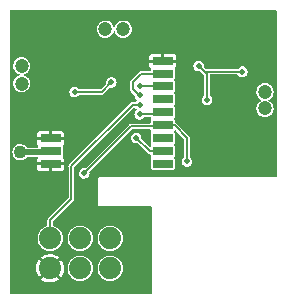
<source format=gbl>
G04 #@! TF.GenerationSoftware,KiCad,Pcbnew,6.0.5-a6ca702e91~116~ubuntu20.04.1*
G04 #@! TF.CreationDate,2022-05-08T17:52:19+03:00*
G04 #@! TF.ProjectId,ict_v361,6963745f-7633-4363-912e-6b696361645f,rev?*
G04 #@! TF.SameCoordinates,Original*
G04 #@! TF.FileFunction,Copper,L2,Bot*
G04 #@! TF.FilePolarity,Positive*
%FSLAX46Y46*%
G04 Gerber Fmt 4.6, Leading zero omitted, Abs format (unit mm)*
G04 Created by KiCad (PCBNEW 6.0.5-a6ca702e91~116~ubuntu20.04.1) date 2022-05-08 17:52:19*
%MOMM*%
%LPD*%
G01*
G04 APERTURE LIST*
G04 #@! TA.AperFunction,ComponentPad*
%ADD10C,1.879600*%
G04 #@! TD*
G04 #@! TA.AperFunction,SMDPad,CuDef*
%ADD11R,1.800000X0.700000*%
G04 #@! TD*
G04 #@! TA.AperFunction,SMDPad,CuDef*
%ADD12R,1.800000X0.800000*%
G04 #@! TD*
G04 #@! TA.AperFunction,ViaPad*
%ADD13C,0.502400*%
G04 #@! TD*
G04 #@! TA.AperFunction,ViaPad*
%ADD14C,1.200000*%
G04 #@! TD*
G04 #@! TA.AperFunction,ViaPad*
%ADD15C,1.100000*%
G04 #@! TD*
G04 #@! TA.AperFunction,Conductor*
%ADD16C,0.203200*%
G04 #@! TD*
G04 #@! TA.AperFunction,Conductor*
%ADD17C,0.508000*%
G04 #@! TD*
G04 APERTURE END LIST*
D10*
X140621100Y-114843600D03*
X140621100Y-112303600D03*
X143161100Y-114843600D03*
X143161100Y-112303600D03*
X145701100Y-114843600D03*
X145701100Y-112303600D03*
D11*
X150151100Y-106003600D03*
X150151100Y-97303600D03*
D12*
X150151100Y-98353600D03*
X150151100Y-99453600D03*
X150151100Y-100553600D03*
X150151100Y-101653600D03*
X150151100Y-102753600D03*
X150151100Y-103853600D03*
X150151100Y-104953600D03*
D11*
X140651100Y-106003600D03*
D12*
X140651100Y-103853600D03*
X140651100Y-104953600D03*
D13*
X144801100Y-99103600D03*
X138201100Y-106203600D03*
D14*
X138392100Y-101071000D03*
X138392100Y-102471000D03*
D13*
X138301100Y-116103600D03*
X146701100Y-95803600D03*
X145201100Y-104303600D03*
D14*
X156492100Y-94071000D03*
X157492100Y-95571000D03*
D13*
X143901100Y-93703600D03*
X142801100Y-93703600D03*
X153901100Y-97003600D03*
X142701100Y-99103600D03*
X148401100Y-93703600D03*
X146701100Y-99103600D03*
X138201100Y-103803600D03*
X142701100Y-104203600D03*
X152401100Y-97003600D03*
X154001100Y-104003600D03*
X139001100Y-103803600D03*
X139001100Y-106203600D03*
X143901100Y-95003600D03*
X152101100Y-106603600D03*
X140701100Y-96803600D03*
X148401100Y-95403600D03*
X155201100Y-97003600D03*
D14*
X157192100Y-105771000D03*
D13*
X158801100Y-106103600D03*
X144801100Y-100703600D03*
X144801100Y-102603600D03*
X142701100Y-102603600D03*
X142701100Y-100703600D03*
X146701100Y-100703600D03*
X158801100Y-105103600D03*
X158801100Y-104103600D03*
X158801100Y-103103600D03*
X157801100Y-104103600D03*
X157801100Y-103103600D03*
X158801100Y-98103600D03*
X157801100Y-98103600D03*
X158801100Y-97103600D03*
X157801100Y-97103600D03*
X158801100Y-96103600D03*
X158801100Y-95103600D03*
X158801100Y-94103600D03*
X157801100Y-94103600D03*
D14*
X138392100Y-114871000D03*
D13*
X148001100Y-110703600D03*
X148101100Y-115703600D03*
X138401100Y-110503600D03*
X146801100Y-102603600D03*
X146801100Y-104303600D03*
D14*
X138201100Y-97703600D03*
X138201100Y-99203600D03*
D13*
X153901100Y-100603600D03*
X153201100Y-97703600D03*
X156891000Y-98203600D03*
X142701100Y-99903600D03*
X145801100Y-99103600D03*
X148201100Y-99403600D03*
X148201100Y-100203600D03*
X148201100Y-101003600D03*
X147901100Y-103803600D03*
D14*
X145301100Y-94603600D03*
X146801100Y-94603600D03*
D13*
X143501100Y-106803600D03*
X152201100Y-105803600D03*
X148201100Y-101803600D03*
D14*
X158801100Y-101303600D03*
X158801100Y-99903600D03*
D15*
X138101100Y-105003600D03*
D16*
X153201100Y-97703600D02*
X153901100Y-98403600D01*
X153901100Y-98403600D02*
X153901100Y-100603600D01*
X153201100Y-97703600D02*
X153701100Y-98203600D01*
X153701100Y-98203600D02*
X156891000Y-98203600D01*
X145801100Y-99103600D02*
X145001100Y-99903600D01*
X145001100Y-99903600D02*
X142701100Y-99903600D01*
X150151100Y-99453600D02*
X148351100Y-99453600D01*
X148351100Y-99453600D02*
X148201100Y-99403600D01*
X148201100Y-100203600D02*
X148101100Y-100203600D01*
X148101100Y-100203600D02*
X147601100Y-99703600D01*
X147601100Y-99703600D02*
X147601100Y-99103600D01*
X148351100Y-98353600D02*
X150151100Y-98353600D01*
X147601100Y-99103600D02*
X148351100Y-98353600D01*
X147601100Y-101003600D02*
X148201100Y-101003600D01*
X147601100Y-101003600D02*
X142401100Y-106203600D01*
X140621100Y-110783600D02*
X140621100Y-112303600D01*
X142401100Y-106203600D02*
X142401100Y-109003600D01*
X142401100Y-109003600D02*
X140621100Y-110783600D01*
X150151100Y-104953600D02*
X149051100Y-104953600D01*
X149051100Y-104953600D02*
X147901100Y-103803600D01*
X150151100Y-102753600D02*
X150079700Y-102825000D01*
X150079700Y-102825000D02*
X147479700Y-102825000D01*
X147479700Y-102825000D02*
X143501100Y-106803600D01*
X150151100Y-102753600D02*
X151151100Y-102753600D01*
X152201100Y-103803600D02*
X152201100Y-105803600D01*
X151151100Y-102753600D02*
X152201100Y-103803600D01*
X150151100Y-101653600D02*
X150101100Y-101803600D01*
X150101100Y-101803600D02*
X148201100Y-101803600D01*
D17*
X140651100Y-104953600D02*
X140601100Y-105003600D01*
X140601100Y-105003600D02*
X138101100Y-105003600D01*
G04 #@! TA.AperFunction,Conductor*
G36*
X159784414Y-93020286D02*
G01*
X159799000Y-93055500D01*
X159799000Y-107051700D01*
X159784414Y-107086914D01*
X159749200Y-107101500D01*
X144767926Y-107101500D01*
X144761543Y-107106137D01*
X144761544Y-107106137D01*
X144760550Y-107106859D01*
X144746669Y-107113931D01*
X144745502Y-107114310D01*
X144745499Y-107114312D01*
X144737999Y-107116749D01*
X144733363Y-107123130D01*
X144733362Y-107123131D01*
X144732640Y-107124125D01*
X144721625Y-107135140D01*
X144714249Y-107140499D01*
X144711812Y-107147999D01*
X144711810Y-107148002D01*
X144711431Y-107149169D01*
X144704359Y-107163050D01*
X144699000Y-107170426D01*
X144699000Y-109536774D01*
X144703637Y-109543156D01*
X144704359Y-109544150D01*
X144711431Y-109558031D01*
X144711810Y-109559198D01*
X144711812Y-109559201D01*
X144714249Y-109566701D01*
X144720630Y-109571337D01*
X144720631Y-109571338D01*
X144721625Y-109572060D01*
X144732640Y-109583075D01*
X144737999Y-109590451D01*
X144745499Y-109592888D01*
X144745502Y-109592890D01*
X144746669Y-109593269D01*
X144760550Y-109600341D01*
X144767926Y-109605700D01*
X149149200Y-109605700D01*
X149184414Y-109620286D01*
X149199000Y-109655500D01*
X149199000Y-116951700D01*
X149184414Y-116986914D01*
X149149200Y-117001500D01*
X137253000Y-117001500D01*
X137217786Y-116986914D01*
X137203200Y-116951700D01*
X137203200Y-115775479D01*
X139872363Y-115775479D01*
X139873933Y-115779270D01*
X140047513Y-115895252D01*
X140051507Y-115897420D01*
X140248763Y-115982169D01*
X140253093Y-115983576D01*
X140462486Y-116030957D01*
X140466996Y-116031551D01*
X140681524Y-116039979D01*
X140686063Y-116039742D01*
X140898541Y-116008934D01*
X140902950Y-116007875D01*
X141106248Y-115938865D01*
X141110416Y-115937009D01*
X141297724Y-115832112D01*
X141301475Y-115829534D01*
X141362930Y-115778421D01*
X141366461Y-115771710D01*
X141364790Y-115766329D01*
X140628104Y-115029643D01*
X140621100Y-115026742D01*
X140614096Y-115029643D01*
X139875264Y-115768475D01*
X139872363Y-115775479D01*
X137203200Y-115775479D01*
X137203200Y-114814518D01*
X139423549Y-114814518D01*
X139437591Y-115028750D01*
X139438301Y-115033234D01*
X139491150Y-115241328D01*
X139492665Y-115245607D01*
X139582551Y-115440585D01*
X139584821Y-115444516D01*
X139685244Y-115586613D01*
X139691654Y-115590657D01*
X139695983Y-115589678D01*
X140435057Y-114850604D01*
X140437958Y-114843600D01*
X140804242Y-114843600D01*
X140807143Y-114850604D01*
X141542582Y-115586043D01*
X141549586Y-115588944D01*
X141554792Y-115586788D01*
X141607034Y-115523975D01*
X141609612Y-115520224D01*
X141714509Y-115332916D01*
X141716365Y-115328748D01*
X141785375Y-115125450D01*
X141786434Y-115121041D01*
X141817359Y-114907750D01*
X141817607Y-114904841D01*
X141819173Y-114845061D01*
X141819077Y-114842143D01*
X141817835Y-114828626D01*
X142088741Y-114828626D01*
X142092395Y-114872144D01*
X142105377Y-115026742D01*
X142106255Y-115037200D01*
X142163948Y-115238400D01*
X142259623Y-115424563D01*
X142389634Y-115588596D01*
X142549030Y-115724253D01*
X142551152Y-115725439D01*
X142551155Y-115725441D01*
X142590826Y-115747612D01*
X142731740Y-115826366D01*
X142930804Y-115891046D01*
X142933212Y-115891333D01*
X142933216Y-115891334D01*
X143122479Y-115913902D01*
X143138640Y-115915829D01*
X143271835Y-115905580D01*
X143344902Y-115899958D01*
X143344903Y-115899958D01*
X143347331Y-115899771D01*
X143349671Y-115899118D01*
X143349675Y-115899117D01*
X143546584Y-115844139D01*
X143546586Y-115844138D01*
X143548929Y-115843484D01*
X143571442Y-115832112D01*
X143733584Y-115750208D01*
X143733587Y-115750206D01*
X143735755Y-115749111D01*
X143900692Y-115620248D01*
X144037458Y-115461803D01*
X144097691Y-115355774D01*
X144139641Y-115281930D01*
X144139642Y-115281927D01*
X144140845Y-115279810D01*
X144206913Y-115081203D01*
X144233146Y-114873545D01*
X144233467Y-114850604D01*
X144233545Y-114844990D01*
X144233545Y-114844983D01*
X144233564Y-114843600D01*
X144232096Y-114828626D01*
X144628741Y-114828626D01*
X144632395Y-114872144D01*
X144645377Y-115026742D01*
X144646255Y-115037200D01*
X144703948Y-115238400D01*
X144799623Y-115424563D01*
X144929634Y-115588596D01*
X145089030Y-115724253D01*
X145091152Y-115725439D01*
X145091155Y-115725441D01*
X145130826Y-115747612D01*
X145271740Y-115826366D01*
X145470804Y-115891046D01*
X145473212Y-115891333D01*
X145473216Y-115891334D01*
X145662479Y-115913902D01*
X145678640Y-115915829D01*
X145811835Y-115905580D01*
X145884902Y-115899958D01*
X145884903Y-115899958D01*
X145887331Y-115899771D01*
X145889671Y-115899118D01*
X145889675Y-115899117D01*
X146086584Y-115844139D01*
X146086586Y-115844138D01*
X146088929Y-115843484D01*
X146111442Y-115832112D01*
X146273584Y-115750208D01*
X146273587Y-115750206D01*
X146275755Y-115749111D01*
X146440692Y-115620248D01*
X146577458Y-115461803D01*
X146637691Y-115355774D01*
X146679641Y-115281930D01*
X146679642Y-115281927D01*
X146680845Y-115279810D01*
X146746913Y-115081203D01*
X146773146Y-114873545D01*
X146773467Y-114850604D01*
X146773545Y-114844990D01*
X146773545Y-114844983D01*
X146773564Y-114843600D01*
X146753139Y-114635291D01*
X146692642Y-114434916D01*
X146594378Y-114250107D01*
X146592843Y-114248224D01*
X146592839Y-114248219D01*
X146471041Y-114098881D01*
X146462089Y-114087905D01*
X146451590Y-114079219D01*
X146302691Y-113956040D01*
X146300814Y-113954487D01*
X146116697Y-113854935D01*
X146114370Y-113854215D01*
X146114366Y-113854213D01*
X145919075Y-113793761D01*
X145916749Y-113793041D01*
X145914329Y-113792787D01*
X145914326Y-113792786D01*
X145711013Y-113771417D01*
X145708587Y-113771162D01*
X145706159Y-113771383D01*
X145706158Y-113771383D01*
X145502564Y-113789911D01*
X145502560Y-113789912D01*
X145500140Y-113790132D01*
X145399744Y-113819681D01*
X145301681Y-113848542D01*
X145301678Y-113848543D01*
X145299348Y-113849229D01*
X145113858Y-113946200D01*
X145111965Y-113947722D01*
X145111962Y-113947724D01*
X144965434Y-114065536D01*
X144950736Y-114077354D01*
X144816195Y-114237693D01*
X144715360Y-114421111D01*
X144714625Y-114423427D01*
X144714624Y-114423430D01*
X144652809Y-114618297D01*
X144652808Y-114618302D01*
X144652072Y-114620622D01*
X144651801Y-114623041D01*
X144651800Y-114623044D01*
X144630323Y-114814518D01*
X144628741Y-114828626D01*
X144232096Y-114828626D01*
X144213139Y-114635291D01*
X144152642Y-114434916D01*
X144054378Y-114250107D01*
X144052843Y-114248224D01*
X144052839Y-114248219D01*
X143931041Y-114098881D01*
X143922089Y-114087905D01*
X143911590Y-114079219D01*
X143762691Y-113956040D01*
X143760814Y-113954487D01*
X143576697Y-113854935D01*
X143574370Y-113854215D01*
X143574366Y-113854213D01*
X143379075Y-113793761D01*
X143376749Y-113793041D01*
X143374329Y-113792787D01*
X143374326Y-113792786D01*
X143171013Y-113771417D01*
X143168587Y-113771162D01*
X143166159Y-113771383D01*
X143166158Y-113771383D01*
X142962564Y-113789911D01*
X142962560Y-113789912D01*
X142960140Y-113790132D01*
X142859744Y-113819681D01*
X142761681Y-113848542D01*
X142761678Y-113848543D01*
X142759348Y-113849229D01*
X142573858Y-113946200D01*
X142571965Y-113947722D01*
X142571962Y-113947724D01*
X142425434Y-114065536D01*
X142410736Y-114077354D01*
X142276195Y-114237693D01*
X142175360Y-114421111D01*
X142174625Y-114423427D01*
X142174624Y-114423430D01*
X142112809Y-114618297D01*
X142112808Y-114618302D01*
X142112072Y-114620622D01*
X142111801Y-114623041D01*
X142111800Y-114623044D01*
X142090323Y-114814518D01*
X142088741Y-114828626D01*
X141817835Y-114828626D01*
X141799358Y-114627537D01*
X141798529Y-114623062D01*
X141740253Y-114416432D01*
X141738623Y-114412187D01*
X141643670Y-114219641D01*
X141641289Y-114215756D01*
X141556027Y-114101576D01*
X141549511Y-114097699D01*
X141544858Y-114098881D01*
X140807143Y-114836596D01*
X140804242Y-114843600D01*
X140437958Y-114843600D01*
X140435057Y-114836596D01*
X139699653Y-114101192D01*
X139692649Y-114098291D01*
X139687846Y-114100280D01*
X139617692Y-114189271D01*
X139615217Y-114193082D01*
X139515255Y-114383078D01*
X139513512Y-114387287D01*
X139449849Y-114592317D01*
X139448902Y-114596768D01*
X139423668Y-114809970D01*
X139423549Y-114814518D01*
X137203200Y-114814518D01*
X137203200Y-113913905D01*
X139875557Y-113913905D01*
X139878643Y-113922104D01*
X140614096Y-114657557D01*
X140621100Y-114660458D01*
X140628104Y-114657557D01*
X141365349Y-113920312D01*
X141368030Y-113913840D01*
X141364704Y-113906237D01*
X141352141Y-113894625D01*
X141348533Y-113891857D01*
X141166967Y-113777297D01*
X141162908Y-113775228D01*
X140963502Y-113695674D01*
X140959142Y-113694382D01*
X140748576Y-113652497D01*
X140744057Y-113652022D01*
X140529382Y-113649212D01*
X140524845Y-113649569D01*
X140313254Y-113685928D01*
X140308865Y-113687104D01*
X140107441Y-113761413D01*
X140103335Y-113763372D01*
X139918834Y-113873138D01*
X139915150Y-113875814D01*
X139878485Y-113907968D01*
X139875557Y-113913905D01*
X137203200Y-113913905D01*
X137203200Y-112288626D01*
X139548741Y-112288626D01*
X139566255Y-112497200D01*
X139623948Y-112698400D01*
X139719623Y-112884563D01*
X139849634Y-113048596D01*
X140009030Y-113184253D01*
X140011152Y-113185439D01*
X140011155Y-113185441D01*
X140050826Y-113207612D01*
X140191740Y-113286366D01*
X140390804Y-113351046D01*
X140393212Y-113351333D01*
X140393216Y-113351334D01*
X140582479Y-113373902D01*
X140598640Y-113375829D01*
X140731835Y-113365580D01*
X140804902Y-113359958D01*
X140804903Y-113359958D01*
X140807331Y-113359771D01*
X140809671Y-113359118D01*
X140809675Y-113359117D01*
X141006584Y-113304139D01*
X141006586Y-113304138D01*
X141008929Y-113303484D01*
X141045171Y-113285177D01*
X141193584Y-113210208D01*
X141193587Y-113210206D01*
X141195755Y-113209111D01*
X141360692Y-113080248D01*
X141497458Y-112921803D01*
X141600845Y-112739810D01*
X141666913Y-112541203D01*
X141693146Y-112333545D01*
X141693564Y-112303600D01*
X141692096Y-112288626D01*
X142088741Y-112288626D01*
X142106255Y-112497200D01*
X142163948Y-112698400D01*
X142259623Y-112884563D01*
X142389634Y-113048596D01*
X142549030Y-113184253D01*
X142551152Y-113185439D01*
X142551155Y-113185441D01*
X142590826Y-113207612D01*
X142731740Y-113286366D01*
X142930804Y-113351046D01*
X142933212Y-113351333D01*
X142933216Y-113351334D01*
X143122479Y-113373902D01*
X143138640Y-113375829D01*
X143271835Y-113365580D01*
X143344902Y-113359958D01*
X143344903Y-113359958D01*
X143347331Y-113359771D01*
X143349671Y-113359118D01*
X143349675Y-113359117D01*
X143546584Y-113304139D01*
X143546586Y-113304138D01*
X143548929Y-113303484D01*
X143585171Y-113285177D01*
X143733584Y-113210208D01*
X143733587Y-113210206D01*
X143735755Y-113209111D01*
X143900692Y-113080248D01*
X144037458Y-112921803D01*
X144140845Y-112739810D01*
X144206913Y-112541203D01*
X144233146Y-112333545D01*
X144233564Y-112303600D01*
X144232096Y-112288626D01*
X144628741Y-112288626D01*
X144646255Y-112497200D01*
X144703948Y-112698400D01*
X144799623Y-112884563D01*
X144929634Y-113048596D01*
X145089030Y-113184253D01*
X145091152Y-113185439D01*
X145091155Y-113185441D01*
X145130826Y-113207612D01*
X145271740Y-113286366D01*
X145470804Y-113351046D01*
X145473212Y-113351333D01*
X145473216Y-113351334D01*
X145662479Y-113373902D01*
X145678640Y-113375829D01*
X145811835Y-113365580D01*
X145884902Y-113359958D01*
X145884903Y-113359958D01*
X145887331Y-113359771D01*
X145889671Y-113359118D01*
X145889675Y-113359117D01*
X146086584Y-113304139D01*
X146086586Y-113304138D01*
X146088929Y-113303484D01*
X146125171Y-113285177D01*
X146273584Y-113210208D01*
X146273587Y-113210206D01*
X146275755Y-113209111D01*
X146440692Y-113080248D01*
X146577458Y-112921803D01*
X146680845Y-112739810D01*
X146746913Y-112541203D01*
X146773146Y-112333545D01*
X146773564Y-112303600D01*
X146753139Y-112095291D01*
X146692642Y-111894916D01*
X146594378Y-111710107D01*
X146592843Y-111708224D01*
X146592839Y-111708219D01*
X146463627Y-111549791D01*
X146462089Y-111547905D01*
X146451590Y-111539219D01*
X146302691Y-111416040D01*
X146300814Y-111414487D01*
X146116697Y-111314935D01*
X146114370Y-111314215D01*
X146114366Y-111314213D01*
X145919075Y-111253761D01*
X145916749Y-111253041D01*
X145914329Y-111252787D01*
X145914326Y-111252786D01*
X145711013Y-111231417D01*
X145708587Y-111231162D01*
X145706159Y-111231383D01*
X145706158Y-111231383D01*
X145502564Y-111249911D01*
X145502560Y-111249912D01*
X145500140Y-111250132D01*
X145399744Y-111279681D01*
X145301681Y-111308542D01*
X145301678Y-111308543D01*
X145299348Y-111309229D01*
X145113858Y-111406200D01*
X145111965Y-111407722D01*
X145111962Y-111407724D01*
X144965434Y-111525536D01*
X144950736Y-111537354D01*
X144816195Y-111697693D01*
X144715360Y-111881111D01*
X144714625Y-111883427D01*
X144714624Y-111883430D01*
X144652809Y-112078297D01*
X144652808Y-112078302D01*
X144652072Y-112080622D01*
X144651801Y-112083041D01*
X144651800Y-112083044D01*
X144629012Y-112286209D01*
X144628741Y-112288626D01*
X144232096Y-112288626D01*
X144213139Y-112095291D01*
X144152642Y-111894916D01*
X144054378Y-111710107D01*
X144052843Y-111708224D01*
X144052839Y-111708219D01*
X143923627Y-111549791D01*
X143922089Y-111547905D01*
X143911590Y-111539219D01*
X143762691Y-111416040D01*
X143760814Y-111414487D01*
X143576697Y-111314935D01*
X143574370Y-111314215D01*
X143574366Y-111314213D01*
X143379075Y-111253761D01*
X143376749Y-111253041D01*
X143374329Y-111252787D01*
X143374326Y-111252786D01*
X143171013Y-111231417D01*
X143168587Y-111231162D01*
X143166159Y-111231383D01*
X143166158Y-111231383D01*
X142962564Y-111249911D01*
X142962560Y-111249912D01*
X142960140Y-111250132D01*
X142859744Y-111279681D01*
X142761681Y-111308542D01*
X142761678Y-111308543D01*
X142759348Y-111309229D01*
X142573858Y-111406200D01*
X142571965Y-111407722D01*
X142571962Y-111407724D01*
X142425434Y-111525536D01*
X142410736Y-111537354D01*
X142276195Y-111697693D01*
X142175360Y-111881111D01*
X142174625Y-111883427D01*
X142174624Y-111883430D01*
X142112809Y-112078297D01*
X142112808Y-112078302D01*
X142112072Y-112080622D01*
X142111801Y-112083041D01*
X142111800Y-112083044D01*
X142089012Y-112286209D01*
X142088741Y-112288626D01*
X141692096Y-112288626D01*
X141673139Y-112095291D01*
X141612642Y-111894916D01*
X141514378Y-111710107D01*
X141512843Y-111708224D01*
X141512839Y-111708219D01*
X141383627Y-111549791D01*
X141382089Y-111547905D01*
X141371590Y-111539219D01*
X141222691Y-111416040D01*
X141220814Y-111414487D01*
X141036697Y-111314935D01*
X141034370Y-111314215D01*
X141034366Y-111314213D01*
X140885274Y-111268062D01*
X140855948Y-111243715D01*
X140850200Y-111220489D01*
X140850200Y-110899124D01*
X140864786Y-110863910D01*
X142557929Y-109170767D01*
X142559820Y-109168972D01*
X142590586Y-109141270D01*
X142601468Y-109116829D01*
X142605192Y-109109971D01*
X142619761Y-109087537D01*
X142621634Y-109075708D01*
X142625327Y-109063241D01*
X142628070Y-109057081D01*
X142630200Y-109052297D01*
X142630200Y-109025549D01*
X142630813Y-109017759D01*
X142634178Y-108996513D01*
X142634997Y-108991342D01*
X142631897Y-108979772D01*
X142630200Y-108966883D01*
X142630200Y-106319124D01*
X142644786Y-106283910D01*
X147681410Y-101247286D01*
X147716624Y-101232700D01*
X147788452Y-101232700D01*
X147823666Y-101247286D01*
X147826569Y-101250452D01*
X147901106Y-101339125D01*
X147904063Y-101341093D01*
X147904066Y-101341096D01*
X147935057Y-101361726D01*
X147956288Y-101393381D01*
X147948917Y-101430776D01*
X147934036Y-101445298D01*
X147909394Y-101460846D01*
X147889913Y-101482904D01*
X147853000Y-101524700D01*
X147824919Y-101556495D01*
X147799478Y-101610682D01*
X147772193Y-101668796D01*
X147772192Y-101668799D01*
X147770685Y-101672009D01*
X147751053Y-101798101D01*
X147767599Y-101924636D01*
X147818994Y-102041440D01*
X147901106Y-102139125D01*
X148007335Y-102209836D01*
X148010723Y-102210894D01*
X148010724Y-102210895D01*
X148075931Y-102231267D01*
X148129141Y-102247891D01*
X148132686Y-102247956D01*
X148253183Y-102250165D01*
X148256731Y-102250230D01*
X148275889Y-102245007D01*
X148376428Y-102217597D01*
X148376430Y-102217596D01*
X148379849Y-102216664D01*
X148437770Y-102181100D01*
X148485580Y-102151745D01*
X148485583Y-102151743D01*
X148488597Y-102149892D01*
X148574234Y-102055282D01*
X148574768Y-102054179D01*
X148605834Y-102033615D01*
X148615338Y-102032700D01*
X149076075Y-102032700D01*
X149111289Y-102047286D01*
X149124918Y-102072784D01*
X149130998Y-102103348D01*
X149159178Y-102145522D01*
X149163256Y-102148247D01*
X149163257Y-102148248D01*
X149184127Y-102162193D01*
X149205303Y-102193884D01*
X149197867Y-102231267D01*
X149184127Y-102245007D01*
X149163257Y-102258952D01*
X149163256Y-102258953D01*
X149159178Y-102261678D01*
X149130998Y-102303852D01*
X149123600Y-102341042D01*
X149123600Y-102546100D01*
X149109014Y-102581314D01*
X149073800Y-102595900D01*
X147486997Y-102595900D01*
X147484391Y-102595832D01*
X147443060Y-102593666D01*
X147438171Y-102595543D01*
X147438169Y-102595543D01*
X147418094Y-102603249D01*
X147410602Y-102605469D01*
X147399539Y-102607821D01*
X147384435Y-102611031D01*
X147380200Y-102614108D01*
X147374746Y-102618071D01*
X147363320Y-102624274D01*
X147357026Y-102626690D01*
X147357022Y-102626692D01*
X147352136Y-102628568D01*
X147333222Y-102647482D01*
X147327280Y-102652557D01*
X147309875Y-102665202D01*
X147309874Y-102665203D01*
X147305642Y-102668278D01*
X147303026Y-102672809D01*
X147303025Y-102672810D01*
X147299653Y-102678651D01*
X147291739Y-102688965D01*
X143630680Y-106350023D01*
X143595466Y-106364609D01*
X143581199Y-106362522D01*
X143571024Y-106359479D01*
X143571023Y-106359479D01*
X143567626Y-106358463D01*
X143564079Y-106358441D01*
X143564077Y-106358441D01*
X143506127Y-106358087D01*
X143440017Y-106357683D01*
X143317318Y-106392751D01*
X143209394Y-106460846D01*
X143124919Y-106556495D01*
X143109478Y-106589383D01*
X143072193Y-106668796D01*
X143072192Y-106668799D01*
X143070685Y-106672009D01*
X143051053Y-106798101D01*
X143067599Y-106924636D01*
X143118994Y-107041440D01*
X143201106Y-107139125D01*
X143307335Y-107209836D01*
X143310723Y-107210894D01*
X143310724Y-107210895D01*
X143329190Y-107216664D01*
X143429141Y-107247891D01*
X143432686Y-107247956D01*
X143553183Y-107250165D01*
X143556731Y-107250230D01*
X143606087Y-107236774D01*
X143676428Y-107217597D01*
X143676430Y-107217596D01*
X143679849Y-107216664D01*
X143742306Y-107178315D01*
X143785580Y-107151745D01*
X143785583Y-107151743D01*
X143788597Y-107149892D01*
X143818597Y-107116749D01*
X143871854Y-107057912D01*
X143871856Y-107057910D01*
X143874234Y-107055282D01*
X143929875Y-106940440D01*
X143951047Y-106814596D01*
X143951181Y-106803600D01*
X143950897Y-106801615D01*
X143938918Y-106717969D01*
X143948365Y-106681043D01*
X143953001Y-106675695D01*
X147560011Y-103068686D01*
X147595225Y-103054100D01*
X149073800Y-103054100D01*
X149109014Y-103068686D01*
X149123600Y-103103900D01*
X149123600Y-103166158D01*
X149130998Y-103203348D01*
X149159178Y-103245522D01*
X149163256Y-103248247D01*
X149163257Y-103248248D01*
X149184127Y-103262193D01*
X149205303Y-103293884D01*
X149197867Y-103331267D01*
X149184127Y-103345007D01*
X149163257Y-103358952D01*
X149163256Y-103358953D01*
X149159178Y-103361678D01*
X149130998Y-103403852D01*
X149123600Y-103441042D01*
X149123600Y-104266158D01*
X149130998Y-104303348D01*
X149159178Y-104345522D01*
X149163256Y-104348247D01*
X149163257Y-104348248D01*
X149184127Y-104362193D01*
X149205303Y-104393884D01*
X149197867Y-104431267D01*
X149184127Y-104445007D01*
X149163257Y-104458952D01*
X149163256Y-104458953D01*
X149159178Y-104461678D01*
X149130998Y-104503852D01*
X149123600Y-104541042D01*
X149123600Y-104581876D01*
X149109014Y-104617090D01*
X149073800Y-104631676D01*
X149038586Y-104617090D01*
X148352648Y-103931152D01*
X148338062Y-103895938D01*
X148338752Y-103887676D01*
X148350728Y-103816490D01*
X148351047Y-103814596D01*
X148351181Y-103803600D01*
X148350394Y-103798101D01*
X148333593Y-103680789D01*
X148333090Y-103677277D01*
X148280272Y-103561110D01*
X148196972Y-103464435D01*
X148143430Y-103429731D01*
X148092865Y-103396957D01*
X148092864Y-103396956D01*
X148089887Y-103395027D01*
X147967626Y-103358463D01*
X147964079Y-103358441D01*
X147964077Y-103358441D01*
X147906127Y-103358087D01*
X147840017Y-103357683D01*
X147717318Y-103392751D01*
X147609394Y-103460846D01*
X147524919Y-103556495D01*
X147497151Y-103615639D01*
X147472193Y-103668796D01*
X147472192Y-103668799D01*
X147470685Y-103672009D01*
X147451053Y-103798101D01*
X147467599Y-103924636D01*
X147518994Y-104041440D01*
X147601106Y-104139125D01*
X147707335Y-104209836D01*
X147710723Y-104210894D01*
X147710724Y-104210895D01*
X147779044Y-104232239D01*
X147829141Y-104247891D01*
X147832686Y-104247956D01*
X147953183Y-104250165D01*
X147956731Y-104250230D01*
X147981500Y-104243477D01*
X148019310Y-104248287D01*
X148029813Y-104256309D01*
X148883933Y-105110429D01*
X148885728Y-105112320D01*
X148913430Y-105143086D01*
X148918214Y-105145216D01*
X148937863Y-105153964D01*
X148944722Y-105157688D01*
X148967164Y-105172262D01*
X148972334Y-105173081D01*
X148972335Y-105173081D01*
X148975354Y-105173559D01*
X148978994Y-105174135D01*
X148991461Y-105177828D01*
X149002403Y-105182700D01*
X149029151Y-105182700D01*
X149036941Y-105183313D01*
X149058187Y-105186678D01*
X149058188Y-105186678D01*
X149063359Y-105187497D01*
X149068418Y-105186141D01*
X149071192Y-105185996D01*
X149107122Y-105198718D01*
X149123600Y-105235728D01*
X149123600Y-105366158D01*
X149130998Y-105403348D01*
X149133723Y-105407426D01*
X149152081Y-105434900D01*
X149159178Y-105445522D01*
X149163256Y-105448247D01*
X149163257Y-105448248D01*
X149184127Y-105462193D01*
X149205303Y-105493884D01*
X149197867Y-105531267D01*
X149184127Y-105545007D01*
X149163257Y-105558952D01*
X149163256Y-105558953D01*
X149159178Y-105561678D01*
X149130998Y-105603852D01*
X149123600Y-105641042D01*
X149123600Y-106366158D01*
X149130998Y-106403348D01*
X149159178Y-106445522D01*
X149201352Y-106473702D01*
X149206161Y-106474659D01*
X149206162Y-106474659D01*
X149236144Y-106480623D01*
X149238542Y-106481100D01*
X151063658Y-106481100D01*
X151066056Y-106480623D01*
X151096038Y-106474659D01*
X151096039Y-106474659D01*
X151100848Y-106473702D01*
X151143022Y-106445522D01*
X151171202Y-106403348D01*
X151178600Y-106366158D01*
X151178600Y-105641042D01*
X151171202Y-105603852D01*
X151143022Y-105561678D01*
X151138944Y-105558953D01*
X151138943Y-105558952D01*
X151118073Y-105545007D01*
X151096897Y-105513316D01*
X151104333Y-105475933D01*
X151118073Y-105462193D01*
X151138943Y-105448248D01*
X151138944Y-105448247D01*
X151143022Y-105445522D01*
X151150120Y-105434900D01*
X151168477Y-105407426D01*
X151171202Y-105403348D01*
X151178600Y-105366158D01*
X151178600Y-104541042D01*
X151171202Y-104503852D01*
X151143022Y-104461678D01*
X151138944Y-104458953D01*
X151138943Y-104458952D01*
X151118073Y-104445007D01*
X151096897Y-104413316D01*
X151104333Y-104375933D01*
X151118073Y-104362193D01*
X151138943Y-104348248D01*
X151138944Y-104348247D01*
X151143022Y-104345522D01*
X151171202Y-104303348D01*
X151178600Y-104266158D01*
X151178600Y-103441042D01*
X151171202Y-103403852D01*
X151143022Y-103361678D01*
X151138944Y-103358953D01*
X151138943Y-103358952D01*
X151118073Y-103345007D01*
X151096897Y-103313316D01*
X151104333Y-103275933D01*
X151118073Y-103262193D01*
X151138943Y-103248248D01*
X151138944Y-103248247D01*
X151143022Y-103245522D01*
X151171202Y-103203348D01*
X151172160Y-103198534D01*
X151172891Y-103196768D01*
X151199843Y-103169816D01*
X151237958Y-103169815D01*
X151254115Y-103180611D01*
X151957414Y-103883910D01*
X151972000Y-103919124D01*
X151972000Y-105393882D01*
X151957414Y-105429096D01*
X151948774Y-105435999D01*
X151934876Y-105444768D01*
X151909394Y-105460846D01*
X151824919Y-105556495D01*
X151802685Y-105603852D01*
X151772193Y-105668796D01*
X151772192Y-105668799D01*
X151770685Y-105672009D01*
X151751053Y-105798101D01*
X151767599Y-105924636D01*
X151774553Y-105940440D01*
X151817203Y-106037369D01*
X151818994Y-106041440D01*
X151901106Y-106139125D01*
X152007335Y-106209836D01*
X152010723Y-106210894D01*
X152010724Y-106210895D01*
X152063643Y-106227428D01*
X152129141Y-106247891D01*
X152132686Y-106247956D01*
X152253183Y-106250165D01*
X152256731Y-106250230D01*
X152269191Y-106246833D01*
X152376428Y-106217597D01*
X152376430Y-106217596D01*
X152379849Y-106216664D01*
X152471907Y-106160140D01*
X152485580Y-106151745D01*
X152485583Y-106151743D01*
X152488597Y-106149892D01*
X152505253Y-106131491D01*
X152571854Y-106057912D01*
X152571856Y-106057910D01*
X152574234Y-106055282D01*
X152629875Y-105940440D01*
X152651047Y-105814596D01*
X152651181Y-105803600D01*
X152650394Y-105798101D01*
X152633593Y-105680789D01*
X152633090Y-105677277D01*
X152580272Y-105561110D01*
X152496972Y-105464435D01*
X152493994Y-105462505D01*
X152493992Y-105462503D01*
X152452913Y-105435877D01*
X152431297Y-105404484D01*
X152430200Y-105394088D01*
X152430200Y-103810897D01*
X152430268Y-103808291D01*
X152432160Y-103772188D01*
X152432434Y-103766960D01*
X152430557Y-103762071D01*
X152430557Y-103762069D01*
X152422851Y-103741994D01*
X152420631Y-103734502D01*
X152416157Y-103713455D01*
X152415069Y-103708335D01*
X152408028Y-103698645D01*
X152401826Y-103687220D01*
X152399410Y-103680926D01*
X152399408Y-103680922D01*
X152397532Y-103676036D01*
X152378618Y-103657122D01*
X152373543Y-103651180D01*
X152360898Y-103633775D01*
X152360897Y-103633774D01*
X152357822Y-103629542D01*
X152353291Y-103626926D01*
X152353290Y-103626925D01*
X152347449Y-103623553D01*
X152337135Y-103615639D01*
X151318258Y-102596761D01*
X151316463Y-102594870D01*
X151292271Y-102568002D01*
X151292270Y-102568002D01*
X151288770Y-102564114D01*
X151264325Y-102553230D01*
X151257479Y-102549513D01*
X151235036Y-102534939D01*
X151229869Y-102534121D01*
X151229867Y-102534120D01*
X151223209Y-102533066D01*
X151210741Y-102529373D01*
X151208140Y-102528215D01*
X151181906Y-102500564D01*
X151178600Y-102482722D01*
X151178600Y-102341042D01*
X151171202Y-102303852D01*
X151143022Y-102261678D01*
X151138944Y-102258953D01*
X151138943Y-102258952D01*
X151118073Y-102245007D01*
X151096897Y-102213316D01*
X151104333Y-102175933D01*
X151118073Y-102162193D01*
X151138943Y-102148248D01*
X151138944Y-102148247D01*
X151143022Y-102145522D01*
X151171202Y-102103348D01*
X151178600Y-102066158D01*
X151178600Y-101293378D01*
X158069068Y-101293378D01*
X158084995Y-101455813D01*
X158085874Y-101458454D01*
X158085874Y-101458456D01*
X158094007Y-101482904D01*
X158136513Y-101610682D01*
X158221062Y-101750289D01*
X158222998Y-101752294D01*
X158222999Y-101752295D01*
X158332508Y-101865695D01*
X158332511Y-101865698D01*
X158334440Y-101867695D01*
X158336762Y-101869214D01*
X158336765Y-101869217D01*
X158416078Y-101921118D01*
X158471011Y-101957065D01*
X158502808Y-101968890D01*
X158621379Y-102012986D01*
X158621381Y-102012987D01*
X158623988Y-102013956D01*
X158785768Y-102035542D01*
X158788537Y-102035290D01*
X158788539Y-102035290D01*
X158945541Y-102021002D01*
X158948310Y-102020750D01*
X159025923Y-101995532D01*
X159100892Y-101971173D01*
X159100894Y-101971172D01*
X159103535Y-101970314D01*
X159105924Y-101968890D01*
X159241338Y-101888168D01*
X159241342Y-101888165D01*
X159243729Y-101886742D01*
X159245741Y-101884826D01*
X159245745Y-101884823D01*
X159299678Y-101833462D01*
X159361923Y-101774187D01*
X159363460Y-101771873D01*
X159363463Y-101771870D01*
X159450703Y-101640563D01*
X159450704Y-101640560D01*
X159452244Y-101638243D01*
X159453231Y-101635645D01*
X159453233Y-101635641D01*
X159509213Y-101488274D01*
X159509214Y-101488271D01*
X159510203Y-101485667D01*
X159532918Y-101324042D01*
X159533203Y-101303600D01*
X159520532Y-101190632D01*
X159515320Y-101144166D01*
X159515320Y-101144164D01*
X159515010Y-101141404D01*
X159513456Y-101136939D01*
X159487426Y-101062193D01*
X159461334Y-100987269D01*
X159394798Y-100880789D01*
X159376319Y-100851216D01*
X159376318Y-100851214D01*
X159374844Y-100848856D01*
X159364256Y-100838193D01*
X159285043Y-100758425D01*
X159259839Y-100733044D01*
X159257498Y-100731558D01*
X159257495Y-100731556D01*
X159122033Y-100645590D01*
X159122580Y-100644728D01*
X159099616Y-100618777D01*
X159101939Y-100580733D01*
X159121201Y-100559783D01*
X159241338Y-100488168D01*
X159241342Y-100488165D01*
X159243729Y-100486742D01*
X159245741Y-100484826D01*
X159245745Y-100484823D01*
X159299678Y-100433462D01*
X159361923Y-100374187D01*
X159363460Y-100371873D01*
X159363463Y-100371870D01*
X159450703Y-100240563D01*
X159450704Y-100240560D01*
X159452244Y-100238243D01*
X159453231Y-100235645D01*
X159453233Y-100235641D01*
X159509213Y-100088274D01*
X159509214Y-100088271D01*
X159510203Y-100085667D01*
X159531337Y-99935290D01*
X159532700Y-99925594D01*
X159532700Y-99925592D01*
X159532918Y-99924042D01*
X159532961Y-99921002D01*
X159533181Y-99905168D01*
X159533203Y-99903600D01*
X159519006Y-99777027D01*
X159515320Y-99744166D01*
X159515320Y-99744164D01*
X159515010Y-99741404D01*
X159512785Y-99735013D01*
X159483280Y-99650289D01*
X159461334Y-99587269D01*
X159381483Y-99459480D01*
X159376319Y-99451216D01*
X159376318Y-99451214D01*
X159374844Y-99448856D01*
X159259839Y-99333044D01*
X159257498Y-99331558D01*
X159257495Y-99331556D01*
X159124382Y-99247081D01*
X159122033Y-99245590D01*
X158968276Y-99190840D01*
X158806211Y-99171515D01*
X158803442Y-99171806D01*
X158803440Y-99171806D01*
X158646659Y-99188284D01*
X158646657Y-99188284D01*
X158643892Y-99188575D01*
X158641262Y-99189470D01*
X158641259Y-99189471D01*
X158492023Y-99240275D01*
X158492021Y-99240276D01*
X158489386Y-99241173D01*
X158487016Y-99242631D01*
X158487014Y-99242632D01*
X158435048Y-99274602D01*
X158350372Y-99326695D01*
X158233761Y-99440889D01*
X158232254Y-99443228D01*
X158232252Y-99443230D01*
X158156454Y-99560846D01*
X158145347Y-99578081D01*
X158144396Y-99580694D01*
X158144395Y-99580696D01*
X158101307Y-99699080D01*
X158089524Y-99731452D01*
X158089176Y-99734207D01*
X158089175Y-99734211D01*
X158071054Y-99877658D01*
X158069068Y-99893378D01*
X158084995Y-100055813D01*
X158085874Y-100058454D01*
X158085874Y-100058456D01*
X158105538Y-100117569D01*
X158136513Y-100210682D01*
X158221062Y-100350289D01*
X158222998Y-100352294D01*
X158222999Y-100352295D01*
X158332508Y-100465695D01*
X158332511Y-100465698D01*
X158334440Y-100467695D01*
X158336762Y-100469214D01*
X158336765Y-100469217D01*
X158424118Y-100526379D01*
X158471011Y-100557065D01*
X158473621Y-100558036D01*
X158476106Y-100559291D01*
X158475427Y-100560634D01*
X158499891Y-100583371D01*
X158501284Y-100621461D01*
X158480704Y-100646514D01*
X158457408Y-100660846D01*
X158350372Y-100726695D01*
X158233761Y-100840889D01*
X158232254Y-100843228D01*
X158232252Y-100843230D01*
X158153031Y-100966158D01*
X158145347Y-100978081D01*
X158144396Y-100980694D01*
X158144395Y-100980696D01*
X158103198Y-101093884D01*
X158089524Y-101131452D01*
X158089176Y-101134207D01*
X158089175Y-101134211D01*
X158073548Y-101257912D01*
X158069068Y-101293378D01*
X151178600Y-101293378D01*
X151178600Y-101241042D01*
X151171202Y-101203852D01*
X151143022Y-101161678D01*
X151138944Y-101158953D01*
X151138943Y-101158952D01*
X151118073Y-101145007D01*
X151096897Y-101113316D01*
X151104333Y-101075933D01*
X151118073Y-101062193D01*
X151138943Y-101048248D01*
X151138944Y-101048247D01*
X151143022Y-101045522D01*
X151171202Y-101003348D01*
X151178600Y-100966158D01*
X151178600Y-100141042D01*
X151177385Y-100134934D01*
X151172159Y-100108662D01*
X151172159Y-100108661D01*
X151171202Y-100103852D01*
X151153445Y-100077277D01*
X151145747Y-100065756D01*
X151143022Y-100061678D01*
X151138944Y-100058953D01*
X151138943Y-100058952D01*
X151118073Y-100045007D01*
X151096897Y-100013316D01*
X151104333Y-99975933D01*
X151118073Y-99962193D01*
X151138943Y-99948248D01*
X151138944Y-99948247D01*
X151143022Y-99945522D01*
X151149691Y-99935542D01*
X151168477Y-99907426D01*
X151171202Y-99903348D01*
X151178600Y-99866158D01*
X151178600Y-99041042D01*
X151175376Y-99024833D01*
X151172159Y-99008662D01*
X151172159Y-99008661D01*
X151171202Y-99003852D01*
X151143022Y-98961678D01*
X151138944Y-98958953D01*
X151138943Y-98958952D01*
X151118073Y-98945007D01*
X151096897Y-98913316D01*
X151104333Y-98875933D01*
X151118073Y-98862193D01*
X151138943Y-98848248D01*
X151138944Y-98848247D01*
X151143022Y-98845522D01*
X151171202Y-98803348D01*
X151178600Y-98766158D01*
X151178600Y-97941042D01*
X151173132Y-97913555D01*
X151180567Y-97876172D01*
X151194308Y-97862432D01*
X151229567Y-97838873D01*
X151236374Y-97832066D01*
X151286883Y-97756473D01*
X151290566Y-97747582D01*
X151300409Y-97698101D01*
X152751053Y-97698101D01*
X152767599Y-97824636D01*
X152818994Y-97941440D01*
X152901106Y-98039125D01*
X153007335Y-98109836D01*
X153010723Y-98110894D01*
X153010724Y-98110895D01*
X153054271Y-98124500D01*
X153129141Y-98147891D01*
X153132686Y-98147956D01*
X153253183Y-98150165D01*
X153256731Y-98150230D01*
X153281500Y-98143477D01*
X153319310Y-98148287D01*
X153329813Y-98156309D01*
X153533951Y-98360448D01*
X153535745Y-98362339D01*
X153563430Y-98393086D01*
X153567801Y-98395032D01*
X153572838Y-98399334D01*
X153657414Y-98483910D01*
X153672000Y-98519124D01*
X153672000Y-100193882D01*
X153657414Y-100229096D01*
X153648774Y-100235999D01*
X153630917Y-100247266D01*
X153609394Y-100260846D01*
X153574689Y-100300142D01*
X153530510Y-100350165D01*
X153524919Y-100356495D01*
X153516613Y-100374187D01*
X153472193Y-100468796D01*
X153472192Y-100468799D01*
X153470685Y-100472009D01*
X153451053Y-100598101D01*
X153467599Y-100724636D01*
X153474553Y-100740440D01*
X153513456Y-100828853D01*
X153518994Y-100841440D01*
X153601106Y-100939125D01*
X153707335Y-101009836D01*
X153710723Y-101010894D01*
X153710724Y-101010895D01*
X153728633Y-101016490D01*
X153829141Y-101047891D01*
X153832686Y-101047956D01*
X153953183Y-101050165D01*
X153956731Y-101050230D01*
X153988958Y-101041444D01*
X154076428Y-101017597D01*
X154076430Y-101017596D01*
X154079849Y-101016664D01*
X154127723Y-100987269D01*
X154185580Y-100951745D01*
X154185583Y-100951743D01*
X154188597Y-100949892D01*
X154200804Y-100936406D01*
X154271854Y-100857912D01*
X154271856Y-100857910D01*
X154274234Y-100855282D01*
X154329875Y-100740440D01*
X154351047Y-100614596D01*
X154351181Y-100603600D01*
X154350394Y-100598101D01*
X154333593Y-100480789D01*
X154333090Y-100477277D01*
X154280272Y-100361110D01*
X154196972Y-100264435D01*
X154193994Y-100262505D01*
X154193992Y-100262503D01*
X154152913Y-100235877D01*
X154131297Y-100204484D01*
X154130200Y-100194088D01*
X154130200Y-98482500D01*
X154144786Y-98447286D01*
X154180000Y-98432700D01*
X156478352Y-98432700D01*
X156513566Y-98447286D01*
X156516469Y-98450452D01*
X156591006Y-98539125D01*
X156697235Y-98609836D01*
X156700623Y-98610894D01*
X156700624Y-98610895D01*
X156751197Y-98626695D01*
X156819041Y-98647891D01*
X156822586Y-98647956D01*
X156943083Y-98650165D01*
X156946631Y-98650230D01*
X156959091Y-98646833D01*
X157066328Y-98617597D01*
X157066330Y-98617596D01*
X157069749Y-98616664D01*
X157110438Y-98591681D01*
X157175480Y-98551745D01*
X157175483Y-98551743D01*
X157178497Y-98549892D01*
X157183236Y-98544657D01*
X157261754Y-98457912D01*
X157261756Y-98457910D01*
X157264134Y-98455282D01*
X157319775Y-98340440D01*
X157340947Y-98214596D01*
X157341081Y-98203600D01*
X157333734Y-98152295D01*
X157323493Y-98080789D01*
X157322990Y-98077277D01*
X157270172Y-97961110D01*
X157186872Y-97864435D01*
X157130478Y-97827883D01*
X157082765Y-97796957D01*
X157082764Y-97796956D01*
X157079787Y-97795027D01*
X156957526Y-97758463D01*
X156953979Y-97758441D01*
X156953977Y-97758441D01*
X156896027Y-97758087D01*
X156829917Y-97757683D01*
X156707218Y-97792751D01*
X156599294Y-97860846D01*
X156514819Y-97956495D01*
X156513502Y-97955332D01*
X156486828Y-97973464D01*
X156476723Y-97974500D01*
X153816625Y-97974500D01*
X153781411Y-97959914D01*
X153652648Y-97831151D01*
X153638062Y-97795937D01*
X153638752Y-97787675D01*
X153640825Y-97775354D01*
X153651047Y-97714596D01*
X153651181Y-97703600D01*
X153650394Y-97698101D01*
X153633593Y-97580789D01*
X153633090Y-97577277D01*
X153580272Y-97461110D01*
X153496972Y-97364435D01*
X153389887Y-97295027D01*
X153267626Y-97258463D01*
X153264079Y-97258441D01*
X153264077Y-97258441D01*
X153206127Y-97258087D01*
X153140017Y-97257683D01*
X153017318Y-97292751D01*
X152909394Y-97360846D01*
X152824919Y-97456495D01*
X152796353Y-97517338D01*
X152772193Y-97568796D01*
X152772192Y-97568799D01*
X152770685Y-97572009D01*
X152751053Y-97698101D01*
X151300409Y-97698101D01*
X151303823Y-97680936D01*
X151304300Y-97676090D01*
X151304300Y-97440106D01*
X151301399Y-97433101D01*
X151294394Y-97430200D01*
X149007806Y-97430200D01*
X149000801Y-97433101D01*
X148997900Y-97440106D01*
X148997900Y-97676090D01*
X148998377Y-97680936D01*
X149011634Y-97747582D01*
X149015317Y-97756473D01*
X149065826Y-97832066D01*
X149072633Y-97838873D01*
X149107892Y-97862432D01*
X149129068Y-97894123D01*
X149129068Y-97913554D01*
X149123600Y-97941042D01*
X149123600Y-98074700D01*
X149109014Y-98109914D01*
X149073800Y-98124500D01*
X148358397Y-98124500D01*
X148355791Y-98124432D01*
X148314460Y-98122266D01*
X148309571Y-98124143D01*
X148309569Y-98124143D01*
X148289494Y-98131849D01*
X148282002Y-98134069D01*
X148270939Y-98136421D01*
X148255835Y-98139631D01*
X148251600Y-98142708D01*
X148246146Y-98146671D01*
X148234720Y-98152874D01*
X148228426Y-98155290D01*
X148228422Y-98155292D01*
X148223536Y-98157168D01*
X148204622Y-98176082D01*
X148198680Y-98181157D01*
X148181275Y-98193802D01*
X148181274Y-98193803D01*
X148177042Y-98196878D01*
X148174426Y-98201409D01*
X148174425Y-98201410D01*
X148171053Y-98207251D01*
X148163139Y-98217565D01*
X147444261Y-98936442D01*
X147442370Y-98938237D01*
X147411614Y-98965930D01*
X147400730Y-98990375D01*
X147397013Y-98997221D01*
X147382439Y-99019664D01*
X147381621Y-99024831D01*
X147381620Y-99024833D01*
X147380566Y-99031491D01*
X147376873Y-99043958D01*
X147372000Y-99054903D01*
X147372000Y-99081651D01*
X147371387Y-99089442D01*
X147370016Y-99098101D01*
X147367203Y-99115858D01*
X147368558Y-99120915D01*
X147368558Y-99120916D01*
X147370303Y-99127428D01*
X147372000Y-99140317D01*
X147372000Y-99696303D01*
X147371932Y-99698908D01*
X147369766Y-99740239D01*
X147371641Y-99745123D01*
X147371641Y-99745125D01*
X147379349Y-99765206D01*
X147381568Y-99772696D01*
X147387131Y-99798865D01*
X147390209Y-99803101D01*
X147394171Y-99808554D01*
X147400374Y-99819980D01*
X147402790Y-99826274D01*
X147402792Y-99826278D01*
X147404668Y-99831164D01*
X147423582Y-99850078D01*
X147428657Y-99856020D01*
X147441302Y-99873425D01*
X147441303Y-99873426D01*
X147444378Y-99877658D01*
X147448909Y-99880274D01*
X147448910Y-99880275D01*
X147454751Y-99883647D01*
X147465065Y-99891561D01*
X147736959Y-100163455D01*
X147751055Y-100198085D01*
X147751053Y-100198101D01*
X147751512Y-100201612D01*
X147751512Y-100201615D01*
X147765664Y-100309836D01*
X147767599Y-100324636D01*
X147818994Y-100441440D01*
X147901106Y-100539125D01*
X147904063Y-100541093D01*
X147904066Y-100541096D01*
X147935057Y-100561726D01*
X147956288Y-100593381D01*
X147948917Y-100630776D01*
X147934036Y-100645298D01*
X147909394Y-100660846D01*
X147824919Y-100756495D01*
X147823602Y-100755332D01*
X147796928Y-100773464D01*
X147786823Y-100774500D01*
X147608417Y-100774500D01*
X147605811Y-100774432D01*
X147564461Y-100772265D01*
X147559578Y-100774139D01*
X147559574Y-100774140D01*
X147539490Y-100781850D01*
X147532000Y-100784069D01*
X147524850Y-100785589D01*
X147510956Y-100788542D01*
X147510954Y-100788543D01*
X147505835Y-100789631D01*
X147501598Y-100792709D01*
X147501599Y-100792709D01*
X147496146Y-100796671D01*
X147484720Y-100802874D01*
X147478426Y-100805290D01*
X147478422Y-100805292D01*
X147473536Y-100807168D01*
X147454622Y-100826082D01*
X147448680Y-100831157D01*
X147431275Y-100843802D01*
X147431274Y-100843803D01*
X147427042Y-100846878D01*
X147424426Y-100851409D01*
X147424425Y-100851410D01*
X147421053Y-100857251D01*
X147413139Y-100867565D01*
X142244261Y-106036442D01*
X142242370Y-106038237D01*
X142211614Y-106065930D01*
X142200730Y-106090375D01*
X142197013Y-106097221D01*
X142182439Y-106119664D01*
X142181621Y-106124831D01*
X142181620Y-106124833D01*
X142180566Y-106131491D01*
X142176873Y-106143958D01*
X142172000Y-106154903D01*
X142172000Y-106181651D01*
X142171387Y-106189442D01*
X142167203Y-106215858D01*
X142168558Y-106220915D01*
X142168558Y-106220916D01*
X142170303Y-106227428D01*
X142172000Y-106240317D01*
X142172000Y-108888076D01*
X142157414Y-108923290D01*
X140464261Y-110616442D01*
X140462370Y-110618237D01*
X140431614Y-110645930D01*
X140420730Y-110670375D01*
X140417013Y-110677221D01*
X140402439Y-110699664D01*
X140401621Y-110704831D01*
X140401620Y-110704833D01*
X140400566Y-110711491D01*
X140396873Y-110723958D01*
X140392000Y-110734903D01*
X140392000Y-110761651D01*
X140391387Y-110769442D01*
X140387203Y-110795858D01*
X140388558Y-110800915D01*
X140388558Y-110800916D01*
X140390303Y-110807428D01*
X140392000Y-110820317D01*
X140392000Y-111221159D01*
X140377414Y-111256373D01*
X140356262Y-111268932D01*
X140295984Y-111286673D01*
X140221681Y-111308542D01*
X140221678Y-111308543D01*
X140219348Y-111309229D01*
X140033858Y-111406200D01*
X140031965Y-111407722D01*
X140031962Y-111407724D01*
X139885434Y-111525536D01*
X139870736Y-111537354D01*
X139736195Y-111697693D01*
X139635360Y-111881111D01*
X139634625Y-111883427D01*
X139634624Y-111883430D01*
X139572809Y-112078297D01*
X139572808Y-112078302D01*
X139572072Y-112080622D01*
X139571801Y-112083041D01*
X139571800Y-112083044D01*
X139549012Y-112286209D01*
X139548741Y-112288626D01*
X137203200Y-112288626D01*
X137203200Y-106376090D01*
X139497900Y-106376090D01*
X139498377Y-106380936D01*
X139511634Y-106447582D01*
X139515317Y-106456473D01*
X139565826Y-106532066D01*
X139572634Y-106538874D01*
X139648227Y-106589383D01*
X139657118Y-106593066D01*
X139723764Y-106606323D01*
X139728610Y-106606800D01*
X140514594Y-106606800D01*
X140521599Y-106603899D01*
X140524500Y-106596894D01*
X140777700Y-106596894D01*
X140780601Y-106603899D01*
X140787606Y-106606800D01*
X141573590Y-106606800D01*
X141578436Y-106606323D01*
X141645082Y-106593066D01*
X141653973Y-106589383D01*
X141729566Y-106538874D01*
X141736374Y-106532066D01*
X141786883Y-106456473D01*
X141790566Y-106447582D01*
X141803823Y-106380936D01*
X141804300Y-106376090D01*
X141804300Y-106140106D01*
X141801399Y-106133101D01*
X141794394Y-106130200D01*
X140787606Y-106130200D01*
X140780601Y-106133101D01*
X140777700Y-106140106D01*
X140777700Y-106596894D01*
X140524500Y-106596894D01*
X140524500Y-106140106D01*
X140521599Y-106133101D01*
X140514594Y-106130200D01*
X139507806Y-106130200D01*
X139500801Y-106133101D01*
X139497900Y-106140106D01*
X139497900Y-106376090D01*
X137203200Y-106376090D01*
X137203200Y-104996453D01*
X137418661Y-104996453D01*
X137436656Y-105159444D01*
X137493009Y-105313438D01*
X137584469Y-105449544D01*
X137705755Y-105559905D01*
X137849864Y-105638150D01*
X137852764Y-105638911D01*
X137852767Y-105638912D01*
X138005575Y-105679001D01*
X138005578Y-105679001D01*
X138008477Y-105679762D01*
X138079658Y-105680880D01*
X138169437Y-105682290D01*
X138169438Y-105682290D01*
X138172438Y-105682337D01*
X138175362Y-105681667D01*
X138175365Y-105681667D01*
X138252359Y-105664033D01*
X138332281Y-105645729D01*
X138415543Y-105603852D01*
X138476094Y-105573398D01*
X138476095Y-105573398D01*
X138478776Y-105572049D01*
X138481058Y-105570100D01*
X138481061Y-105570098D01*
X138591314Y-105475933D01*
X138603469Y-105465552D01*
X138624793Y-105435877D01*
X138646376Y-105405840D01*
X138678770Y-105385755D01*
X138686818Y-105385100D01*
X139535632Y-105385100D01*
X139570846Y-105399686D01*
X139585432Y-105434900D01*
X139570846Y-105470114D01*
X139565826Y-105475134D01*
X139515317Y-105550727D01*
X139511634Y-105559618D01*
X139498377Y-105626264D01*
X139497900Y-105631110D01*
X139497900Y-105867094D01*
X139500801Y-105874099D01*
X139507806Y-105877000D01*
X141794394Y-105877000D01*
X141801399Y-105874099D01*
X141804300Y-105867094D01*
X141804300Y-105631110D01*
X141803823Y-105626264D01*
X141790566Y-105559618D01*
X141786883Y-105550727D01*
X141736374Y-105475134D01*
X141729567Y-105468327D01*
X141694308Y-105444768D01*
X141673132Y-105413077D01*
X141673132Y-105393645D01*
X141678123Y-105368556D01*
X141678600Y-105366158D01*
X141678600Y-104541042D01*
X141673132Y-104513555D01*
X141680567Y-104476172D01*
X141694308Y-104462432D01*
X141729567Y-104438873D01*
X141736374Y-104432066D01*
X141786883Y-104356473D01*
X141790566Y-104347582D01*
X141803823Y-104280936D01*
X141804300Y-104276090D01*
X141804300Y-103990106D01*
X141801399Y-103983101D01*
X141794394Y-103980200D01*
X139507806Y-103980200D01*
X139500801Y-103983101D01*
X139497900Y-103990106D01*
X139497900Y-104276090D01*
X139498377Y-104280936D01*
X139511634Y-104347582D01*
X139515317Y-104356473D01*
X139565826Y-104432066D01*
X139572633Y-104438873D01*
X139607892Y-104462432D01*
X139629068Y-104494123D01*
X139629068Y-104513554D01*
X139623600Y-104541042D01*
X139623600Y-104572300D01*
X139609014Y-104607514D01*
X139573800Y-104622100D01*
X138687227Y-104622100D01*
X138652013Y-104607514D01*
X138646186Y-104600507D01*
X138614734Y-104554744D01*
X138614728Y-104554737D01*
X138613033Y-104552271D01*
X138490598Y-104443185D01*
X138345678Y-104366454D01*
X138186637Y-104326506D01*
X138183633Y-104326490D01*
X138183631Y-104326490D01*
X138107024Y-104326089D01*
X138022658Y-104325647D01*
X137863208Y-104363928D01*
X137717492Y-104439137D01*
X137593921Y-104546934D01*
X137499632Y-104681095D01*
X137440065Y-104833875D01*
X137418661Y-104996453D01*
X137203200Y-104996453D01*
X137203200Y-103717094D01*
X139497900Y-103717094D01*
X139500801Y-103724099D01*
X139507806Y-103727000D01*
X140514594Y-103727000D01*
X140521599Y-103724099D01*
X140524500Y-103717094D01*
X140777700Y-103717094D01*
X140780601Y-103724099D01*
X140787606Y-103727000D01*
X141794394Y-103727000D01*
X141801399Y-103724099D01*
X141804300Y-103717094D01*
X141804300Y-103431110D01*
X141803823Y-103426264D01*
X141790566Y-103359618D01*
X141786883Y-103350727D01*
X141736374Y-103275134D01*
X141729566Y-103268326D01*
X141653973Y-103217817D01*
X141645082Y-103214134D01*
X141578436Y-103200877D01*
X141573590Y-103200400D01*
X140787606Y-103200400D01*
X140780601Y-103203301D01*
X140777700Y-103210306D01*
X140777700Y-103717094D01*
X140524500Y-103717094D01*
X140524500Y-103210306D01*
X140521599Y-103203301D01*
X140514594Y-103200400D01*
X139728610Y-103200400D01*
X139723764Y-103200877D01*
X139657118Y-103214134D01*
X139648227Y-103217817D01*
X139572634Y-103268326D01*
X139565826Y-103275134D01*
X139515317Y-103350727D01*
X139511634Y-103359618D01*
X139498377Y-103426264D01*
X139497900Y-103431110D01*
X139497900Y-103717094D01*
X137203200Y-103717094D01*
X137203200Y-99193378D01*
X137469068Y-99193378D01*
X137484995Y-99355813D01*
X137536513Y-99510682D01*
X137621062Y-99650289D01*
X137622998Y-99652294D01*
X137622999Y-99652295D01*
X137732508Y-99765695D01*
X137732511Y-99765698D01*
X137734440Y-99767695D01*
X137736762Y-99769214D01*
X137736765Y-99769217D01*
X137796879Y-99808554D01*
X137871011Y-99857065D01*
X137926385Y-99877658D01*
X138021379Y-99912986D01*
X138021381Y-99912987D01*
X138023988Y-99913956D01*
X138185768Y-99935542D01*
X138188537Y-99935290D01*
X138188539Y-99935290D01*
X138345541Y-99921002D01*
X138348310Y-99920750D01*
X138418016Y-99898101D01*
X142251053Y-99898101D01*
X142267599Y-100024636D01*
X142283301Y-100060322D01*
X142316011Y-100134660D01*
X142318994Y-100141440D01*
X142401106Y-100239125D01*
X142507335Y-100309836D01*
X142510723Y-100310894D01*
X142510724Y-100310895D01*
X142579044Y-100332239D01*
X142629141Y-100347891D01*
X142632686Y-100347956D01*
X142753183Y-100350165D01*
X142756731Y-100350230D01*
X142780921Y-100343635D01*
X142876428Y-100317597D01*
X142876430Y-100317596D01*
X142879849Y-100316664D01*
X142920538Y-100291681D01*
X142985580Y-100251745D01*
X142985583Y-100251743D01*
X142988597Y-100249892D01*
X143074234Y-100155282D01*
X143074768Y-100154179D01*
X143105834Y-100133615D01*
X143115338Y-100132700D01*
X144993803Y-100132700D01*
X144996408Y-100132768D01*
X145037739Y-100134934D01*
X145042623Y-100133059D01*
X145042625Y-100133059D01*
X145062706Y-100125351D01*
X145070196Y-100123132D01*
X145091244Y-100118658D01*
X145091246Y-100118657D01*
X145096365Y-100117569D01*
X145106055Y-100110528D01*
X145117480Y-100104326D01*
X145123774Y-100101910D01*
X145123778Y-100101908D01*
X145128664Y-100100032D01*
X145147578Y-100081118D01*
X145153520Y-100076043D01*
X145170925Y-100063398D01*
X145170926Y-100063397D01*
X145175158Y-100060322D01*
X145179363Y-100053040D01*
X145181147Y-100049949D01*
X145189061Y-100039635D01*
X145671007Y-99557690D01*
X145706221Y-99543104D01*
X145721067Y-99545369D01*
X145729141Y-99547891D01*
X145732686Y-99547956D01*
X145853183Y-99550165D01*
X145856731Y-99550230D01*
X145865310Y-99547891D01*
X145976428Y-99517597D01*
X145976430Y-99517596D01*
X145979849Y-99516664D01*
X146072982Y-99459480D01*
X146085580Y-99451745D01*
X146085583Y-99451743D01*
X146088597Y-99449892D01*
X146149232Y-99382904D01*
X146171854Y-99357912D01*
X146171856Y-99357910D01*
X146174234Y-99355282D01*
X146229875Y-99240440D01*
X146251047Y-99114596D01*
X146251181Y-99103600D01*
X146250394Y-99098101D01*
X146233593Y-98980789D01*
X146233090Y-98977277D01*
X146180272Y-98861110D01*
X146096972Y-98764435D01*
X145989887Y-98695027D01*
X145867626Y-98658463D01*
X145864079Y-98658441D01*
X145864077Y-98658441D01*
X145806127Y-98658087D01*
X145740017Y-98657683D01*
X145617318Y-98692751D01*
X145509394Y-98760846D01*
X145502585Y-98768556D01*
X145432203Y-98848248D01*
X145424919Y-98856495D01*
X145413557Y-98880696D01*
X145372193Y-98968796D01*
X145372192Y-98968799D01*
X145370685Y-98972009D01*
X145351053Y-99098101D01*
X145358941Y-99158425D01*
X145363085Y-99190114D01*
X145353188Y-99226922D01*
X145348919Y-99231785D01*
X144920789Y-99659914D01*
X144885575Y-99674500D01*
X143114636Y-99674500D01*
X143076909Y-99657207D01*
X142999289Y-99567124D01*
X142996972Y-99564435D01*
X142889887Y-99495027D01*
X142767626Y-99458463D01*
X142764079Y-99458441D01*
X142764077Y-99458441D01*
X142706127Y-99458087D01*
X142640017Y-99457683D01*
X142517318Y-99492751D01*
X142409394Y-99560846D01*
X142324919Y-99656495D01*
X142316613Y-99674187D01*
X142272193Y-99768796D01*
X142272192Y-99768799D01*
X142270685Y-99772009D01*
X142251053Y-99898101D01*
X138418016Y-99898101D01*
X138438144Y-99891561D01*
X138500892Y-99871173D01*
X138500894Y-99871172D01*
X138503535Y-99870314D01*
X138506484Y-99868556D01*
X138641338Y-99788168D01*
X138641342Y-99788165D01*
X138643729Y-99786742D01*
X138645741Y-99784826D01*
X138645745Y-99784823D01*
X138704531Y-99728841D01*
X138761923Y-99674187D01*
X138763460Y-99671873D01*
X138763463Y-99671870D01*
X138850703Y-99540563D01*
X138850704Y-99540560D01*
X138852244Y-99538243D01*
X138853231Y-99535645D01*
X138853233Y-99535641D01*
X138909213Y-99388274D01*
X138909214Y-99388271D01*
X138910203Y-99385667D01*
X138930637Y-99240275D01*
X138932700Y-99225594D01*
X138932700Y-99225592D01*
X138932918Y-99224042D01*
X138933203Y-99203600D01*
X138915010Y-99041404D01*
X138912506Y-99034211D01*
X138876656Y-98931267D01*
X138861334Y-98887269D01*
X138786259Y-98767124D01*
X138776319Y-98751216D01*
X138776318Y-98751214D01*
X138774844Y-98748856D01*
X138659839Y-98633044D01*
X138657498Y-98631558D01*
X138657495Y-98631556D01*
X138575443Y-98579485D01*
X138522033Y-98545590D01*
X138393639Y-98499871D01*
X138365359Y-98474318D01*
X138363430Y-98436252D01*
X138388984Y-98407971D01*
X138394956Y-98405594D01*
X138500892Y-98371173D01*
X138500894Y-98371172D01*
X138503535Y-98370314D01*
X138505924Y-98368890D01*
X138641338Y-98288168D01*
X138641342Y-98288165D01*
X138643729Y-98286742D01*
X138645741Y-98284826D01*
X138645745Y-98284823D01*
X138699678Y-98233462D01*
X138761923Y-98174187D01*
X138763460Y-98171873D01*
X138763463Y-98171870D01*
X138850703Y-98040563D01*
X138850704Y-98040560D01*
X138852244Y-98038243D01*
X138853231Y-98035645D01*
X138853233Y-98035641D01*
X138909213Y-97888274D01*
X138909214Y-97888271D01*
X138910203Y-97885667D01*
X138926605Y-97768964D01*
X138932700Y-97725594D01*
X138932700Y-97725592D01*
X138932918Y-97724042D01*
X138933203Y-97703600D01*
X138919034Y-97577277D01*
X138915320Y-97544166D01*
X138915320Y-97544164D01*
X138915010Y-97541404D01*
X138912506Y-97534211D01*
X138879734Y-97440106D01*
X138861334Y-97387269D01*
X138781483Y-97259480D01*
X138776319Y-97251216D01*
X138776318Y-97251214D01*
X138774844Y-97248856D01*
X138693652Y-97167094D01*
X148997900Y-97167094D01*
X149000801Y-97174099D01*
X149007806Y-97177000D01*
X150014594Y-97177000D01*
X150021599Y-97174099D01*
X150024500Y-97167094D01*
X150277700Y-97167094D01*
X150280601Y-97174099D01*
X150287606Y-97177000D01*
X151294394Y-97177000D01*
X151301399Y-97174099D01*
X151304300Y-97167094D01*
X151304300Y-96931110D01*
X151303823Y-96926264D01*
X151290566Y-96859618D01*
X151286883Y-96850727D01*
X151236374Y-96775134D01*
X151229566Y-96768326D01*
X151153973Y-96717817D01*
X151145082Y-96714134D01*
X151078436Y-96700877D01*
X151073590Y-96700400D01*
X150287606Y-96700400D01*
X150280601Y-96703301D01*
X150277700Y-96710306D01*
X150277700Y-97167094D01*
X150024500Y-97167094D01*
X150024500Y-96710306D01*
X150021599Y-96703301D01*
X150014594Y-96700400D01*
X149228610Y-96700400D01*
X149223764Y-96700877D01*
X149157118Y-96714134D01*
X149148227Y-96717817D01*
X149072634Y-96768326D01*
X149065826Y-96775134D01*
X149015317Y-96850727D01*
X149011634Y-96859618D01*
X148998377Y-96926264D01*
X148997900Y-96931110D01*
X148997900Y-97167094D01*
X138693652Y-97167094D01*
X138659839Y-97133044D01*
X138657498Y-97131558D01*
X138657495Y-97131556D01*
X138524382Y-97047081D01*
X138522033Y-97045590D01*
X138368276Y-96990840D01*
X138206211Y-96971515D01*
X138203442Y-96971806D01*
X138203440Y-96971806D01*
X138046659Y-96988284D01*
X138046657Y-96988284D01*
X138043892Y-96988575D01*
X138041262Y-96989470D01*
X138041259Y-96989471D01*
X137892023Y-97040275D01*
X137892021Y-97040276D01*
X137889386Y-97041173D01*
X137887016Y-97042631D01*
X137887014Y-97042632D01*
X137835048Y-97074602D01*
X137750372Y-97126695D01*
X137633761Y-97240889D01*
X137632254Y-97243228D01*
X137632252Y-97243230D01*
X137556454Y-97360846D01*
X137545347Y-97378081D01*
X137544396Y-97380694D01*
X137544395Y-97380696D01*
X137515127Y-97461110D01*
X137489524Y-97531452D01*
X137489176Y-97534207D01*
X137489175Y-97534211D01*
X137484806Y-97568796D01*
X137469068Y-97693378D01*
X137484995Y-97855813D01*
X137485874Y-97858454D01*
X137485874Y-97858456D01*
X137494007Y-97882904D01*
X137536513Y-98010682D01*
X137621062Y-98150289D01*
X137622998Y-98152294D01*
X137622999Y-98152295D01*
X137732508Y-98265695D01*
X137732511Y-98265698D01*
X137734440Y-98267695D01*
X137736762Y-98269214D01*
X137736765Y-98269217D01*
X137824118Y-98326379D01*
X137871011Y-98357065D01*
X137885193Y-98362339D01*
X138007171Y-98407702D01*
X138035092Y-98433648D01*
X138036489Y-98471738D01*
X138010543Y-98499659D01*
X138005865Y-98501520D01*
X137956629Y-98518282D01*
X137892023Y-98540275D01*
X137892021Y-98540276D01*
X137889386Y-98541173D01*
X137887016Y-98542631D01*
X137887014Y-98542632D01*
X137879482Y-98547266D01*
X137750372Y-98626695D01*
X137728661Y-98647956D01*
X137683914Y-98691776D01*
X137633761Y-98740889D01*
X137632254Y-98743228D01*
X137632252Y-98743230D01*
X137559258Y-98856495D01*
X137545347Y-98878081D01*
X137544396Y-98880694D01*
X137544395Y-98880696D01*
X137493815Y-99019664D01*
X137489524Y-99031452D01*
X137489176Y-99034207D01*
X137489175Y-99034211D01*
X137469480Y-99190114D01*
X137469068Y-99193378D01*
X137203200Y-99193378D01*
X137203200Y-94593378D01*
X144569068Y-94593378D01*
X144584995Y-94755813D01*
X144585874Y-94758454D01*
X144585874Y-94758456D01*
X144594007Y-94782904D01*
X144636513Y-94910682D01*
X144721062Y-95050289D01*
X144722998Y-95052294D01*
X144722999Y-95052295D01*
X144832508Y-95165695D01*
X144832511Y-95165698D01*
X144834440Y-95167695D01*
X144836762Y-95169214D01*
X144836765Y-95169217D01*
X144924118Y-95226379D01*
X144971011Y-95257065D01*
X145002808Y-95268890D01*
X145121379Y-95312986D01*
X145121381Y-95312987D01*
X145123988Y-95313956D01*
X145285768Y-95335542D01*
X145288537Y-95335290D01*
X145288539Y-95335290D01*
X145445541Y-95321002D01*
X145448310Y-95320750D01*
X145525923Y-95295532D01*
X145600892Y-95271173D01*
X145600894Y-95271172D01*
X145603535Y-95270314D01*
X145605924Y-95268890D01*
X145741338Y-95188168D01*
X145741342Y-95188165D01*
X145743729Y-95186742D01*
X145745741Y-95184826D01*
X145745745Y-95184823D01*
X145799678Y-95133462D01*
X145861923Y-95074187D01*
X145863460Y-95071873D01*
X145863463Y-95071870D01*
X145950703Y-94940563D01*
X145950704Y-94940560D01*
X145952244Y-94938243D01*
X146005708Y-94797500D01*
X146031848Y-94769760D01*
X146069946Y-94768630D01*
X146097686Y-94794770D01*
X146099516Y-94799465D01*
X146136513Y-94910682D01*
X146221062Y-95050289D01*
X146222998Y-95052294D01*
X146222999Y-95052295D01*
X146332508Y-95165695D01*
X146332511Y-95165698D01*
X146334440Y-95167695D01*
X146336762Y-95169214D01*
X146336765Y-95169217D01*
X146424118Y-95226379D01*
X146471011Y-95257065D01*
X146502808Y-95268890D01*
X146621379Y-95312986D01*
X146621381Y-95312987D01*
X146623988Y-95313956D01*
X146785768Y-95335542D01*
X146788537Y-95335290D01*
X146788539Y-95335290D01*
X146945541Y-95321002D01*
X146948310Y-95320750D01*
X147025923Y-95295532D01*
X147100892Y-95271173D01*
X147100894Y-95271172D01*
X147103535Y-95270314D01*
X147105924Y-95268890D01*
X147241338Y-95188168D01*
X147241342Y-95188165D01*
X147243729Y-95186742D01*
X147245741Y-95184826D01*
X147245745Y-95184823D01*
X147299678Y-95133462D01*
X147361923Y-95074187D01*
X147363460Y-95071873D01*
X147363463Y-95071870D01*
X147450703Y-94940563D01*
X147450704Y-94940560D01*
X147452244Y-94938243D01*
X147453231Y-94935645D01*
X147453233Y-94935641D01*
X147509213Y-94788274D01*
X147509214Y-94788271D01*
X147510203Y-94785667D01*
X147532918Y-94624042D01*
X147533203Y-94603600D01*
X147515010Y-94441404D01*
X147512506Y-94434211D01*
X147462248Y-94289895D01*
X147461334Y-94287269D01*
X147374844Y-94148856D01*
X147259839Y-94033044D01*
X147257498Y-94031558D01*
X147257495Y-94031556D01*
X147124382Y-93947081D01*
X147122033Y-93945590D01*
X146968276Y-93890840D01*
X146806211Y-93871515D01*
X146803442Y-93871806D01*
X146803440Y-93871806D01*
X146646659Y-93888284D01*
X146646657Y-93888284D01*
X146643892Y-93888575D01*
X146641262Y-93889470D01*
X146641259Y-93889471D01*
X146492023Y-93940275D01*
X146492021Y-93940276D01*
X146489386Y-93941173D01*
X146487016Y-93942631D01*
X146487014Y-93942632D01*
X146435048Y-93974602D01*
X146350372Y-94026695D01*
X146233761Y-94140889D01*
X146232254Y-94143228D01*
X146232252Y-94143230D01*
X146146856Y-94275739D01*
X146145347Y-94278081D01*
X146144396Y-94280694D01*
X146144395Y-94280696D01*
X146097506Y-94409521D01*
X146071755Y-94437622D01*
X146033676Y-94439285D01*
X146005575Y-94413534D01*
X146003679Y-94408866D01*
X145962248Y-94289895D01*
X145961334Y-94287269D01*
X145874844Y-94148856D01*
X145759839Y-94033044D01*
X145757498Y-94031558D01*
X145757495Y-94031556D01*
X145624382Y-93947081D01*
X145622033Y-93945590D01*
X145468276Y-93890840D01*
X145306211Y-93871515D01*
X145303442Y-93871806D01*
X145303440Y-93871806D01*
X145146659Y-93888284D01*
X145146657Y-93888284D01*
X145143892Y-93888575D01*
X145141262Y-93889470D01*
X145141259Y-93889471D01*
X144992023Y-93940275D01*
X144992021Y-93940276D01*
X144989386Y-93941173D01*
X144987016Y-93942631D01*
X144987014Y-93942632D01*
X144935048Y-93974602D01*
X144850372Y-94026695D01*
X144733761Y-94140889D01*
X144732254Y-94143228D01*
X144732252Y-94143230D01*
X144646856Y-94275739D01*
X144645347Y-94278081D01*
X144644396Y-94280694D01*
X144644395Y-94280696D01*
X144596046Y-94413534D01*
X144589524Y-94431452D01*
X144589176Y-94434207D01*
X144589175Y-94434211D01*
X144569417Y-94590614D01*
X144569068Y-94593378D01*
X137203200Y-94593378D01*
X137203200Y-93055500D01*
X137217786Y-93020286D01*
X137253000Y-93005700D01*
X159749200Y-93005700D01*
X159784414Y-93020286D01*
G37*
G04 #@! TD.AperFunction*
M02*

</source>
